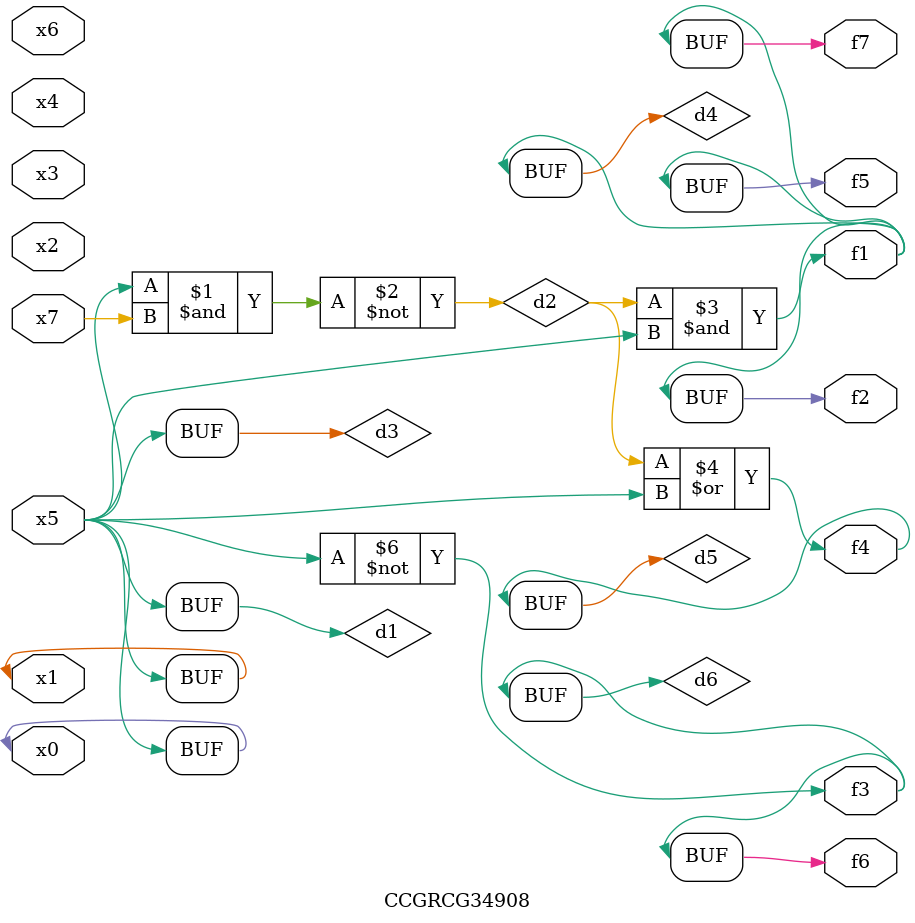
<source format=v>
module CCGRCG34908(
	input x0, x1, x2, x3, x4, x5, x6, x7,
	output f1, f2, f3, f4, f5, f6, f7
);

	wire d1, d2, d3, d4, d5, d6;

	buf (d1, x0, x5);
	nand (d2, x5, x7);
	buf (d3, x0, x1);
	and (d4, d2, d3);
	or (d5, d2, d3);
	nor (d6, d1, d3);
	assign f1 = d4;
	assign f2 = d4;
	assign f3 = d6;
	assign f4 = d5;
	assign f5 = d4;
	assign f6 = d6;
	assign f7 = d4;
endmodule

</source>
